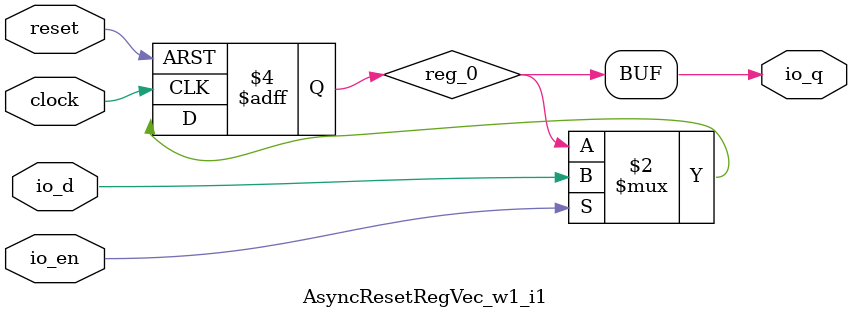
<source format=sv>

`ifndef PRINTF_COND_
  `ifdef PRINTF_COND
    `define PRINTF_COND_ (`PRINTF_COND)
  `else  // PRINTF_COND
    `define PRINTF_COND_ 1
  `endif // PRINTF_COND
`endif // not def PRINTF_COND_

module AsyncResetRegVec_w1_i1(
  input  clock,
         reset,
         io_d,
         io_en,
  output io_q
);

  reg reg_0;
  always @(posedge clock or posedge reset) begin
    if (reset)
      reg_0 <= 1'h1;
    else if (io_en)
      reg_0 <= io_d;
  end // always @(posedge, posedge)
  `ifdef ENABLE_INITIAL_REG_
    `ifdef FIRRTL_BEFORE_INITIAL
      `FIRRTL_BEFORE_INITIAL
    `endif // FIRRTL_BEFORE_INITIAL
    initial begin
      if (reset)
        reg_0 = 1'h1;
    end // initial
    `ifdef FIRRTL_AFTER_INITIAL
      `FIRRTL_AFTER_INITIAL
    `endif // FIRRTL_AFTER_INITIAL
  `endif // ENABLE_INITIAL_REG_
  assign io_q = reg_0;
endmodule


</source>
